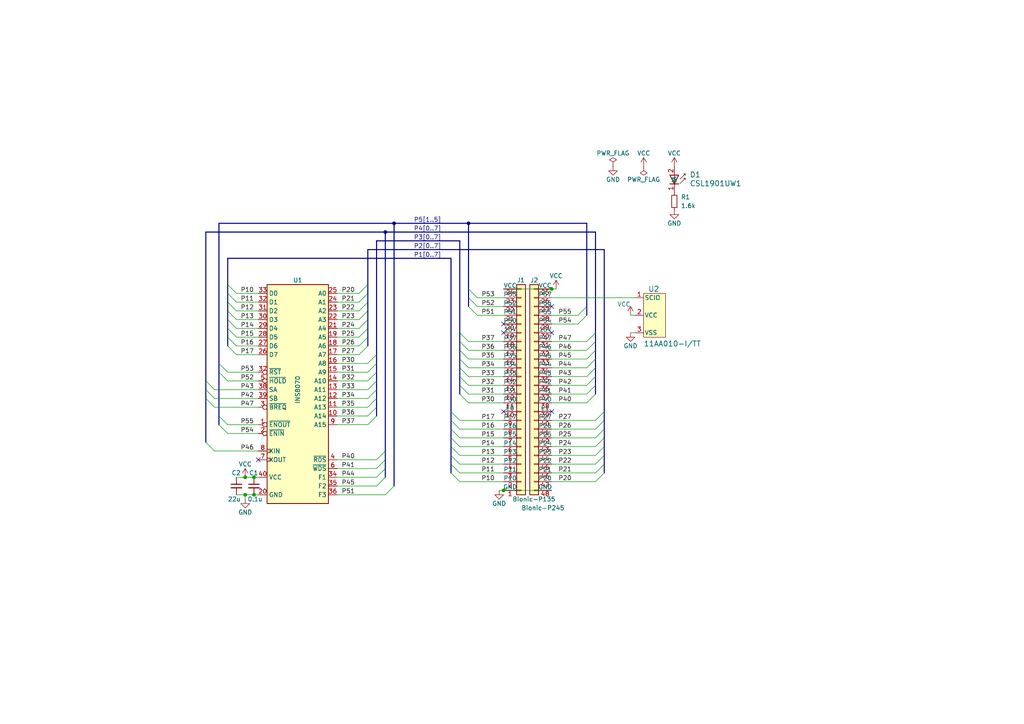
<source format=kicad_sch>
(kicad_sch (version 20230121) (generator eeschema)
  (paper "A4")
  (title_block (title "BionicINS8070") (date "2024-11-01") (rev "5") (company "Tadashi G. Takaoka"))
  (lib_symbols
    (symbol "0-LocalLibrary:11AA010-I_TT" (pin_names (offset 0.254))
      (property "Reference" "U" (at 2.54 1.27 0))
      (property "Value" "11AA010-I/TT" (at 3.81 -13.97 0))
      (symbol "11AA010-I_TT_1_1"
        (rectangle (start 0 0) (end 6.35 -12.7) (fill (type background)))
        (pin bidirectional line (at -2.54 -1.27 0) (length 2.54) (name "SCIO") (number "1"))
        (pin power_in line (at -2.54 -6.35 0) (length 2.54) (name "VCC") (number "2"))
        (pin power_in line (at -2.54 -11.43 0) (length 2.54) (name "VSS") (number "3"))
      )
    )
    (symbol "0-LocalLibrary:Bionic-P135" (pin_names (offset 0))
      (property "Reference" "J" (at 0 30.48 0))
      (property "Value" "Bionic-P135" (at -1.27 -33.02 0))
      (symbol "Bionic-P135_1_1"
        (rectangle (start 0 -30.353) (end -1.27 -30.607) (stroke (width 0.1524)))
        (rectangle (start 0 -27.813) (end -1.27 -28.067) (stroke (width 0.1524)))
        (rectangle (start 0 -25.273) (end -1.27 -25.527) (stroke (width 0.1524)))
        (rectangle (start 0 -22.733) (end -1.27 -22.987) (stroke (width 0.1524)))
        (rectangle (start 0 -20.193) (end -1.27 -20.447) (stroke (width 0.1524)))
        (rectangle (start 0 -17.653) (end -1.27 -17.907) (stroke (width 0.1524)))
        (rectangle (start 0 -15.113) (end -1.27 -15.367) (stroke (width 0.1524)))
        (rectangle (start 0 -12.573) (end -1.27 -12.827) (stroke (width 0.1524)))
        (rectangle (start 0 -10.033) (end -1.27 -10.287) (stroke (width 0.1524)))
        (rectangle (start 0 -7.493) (end -1.27 -7.747) (stroke (width 0.1524)))
        (rectangle (start 0 -4.953) (end -1.27 -5.207) (stroke (width 0.1524)))
        (rectangle (start 0 -2.413) (end -1.27 -2.667) (stroke (width 0.1524)))
        (rectangle (start 0 0.127) (end -1.27 -0.127) (stroke (width 0.1524)))
        (rectangle (start 0 2.667) (end -1.27 2.413) (stroke (width 0.1524)))
        (rectangle (start 0 5.207) (end -1.27 4.953) (stroke (width 0.1524)))
        (rectangle (start 0 7.747) (end -1.27 7.493) (stroke (width 0.1524)))
        (rectangle (start 0 10.287) (end -1.27 10.033) (stroke (width 0.1524)))
        (rectangle (start 0 12.827) (end -1.27 12.573) (stroke (width 0.1524)))
        (rectangle (start 0 15.367) (end -1.27 15.113) (stroke (width 0.1524)))
        (rectangle (start 0 17.907) (end -1.27 17.653) (stroke (width 0.1524)))
        (rectangle (start 0 20.447) (end -1.27 20.193) (stroke (width 0.1524)))
        (rectangle (start 0 22.987) (end -1.27 22.733) (stroke (width 0.1524)))
        (rectangle (start 0 25.527) (end -1.27 25.273) (stroke (width 0.1524)))
        (rectangle (start 0 28.067) (end -1.27 27.813) (stroke (width 0.1524)))
        (rectangle (start 1.27 29.21) (end -1.27 -31.75) (stroke (width 0.254)) (fill (type background)))
        (pin power_in line (at -5.08 -30.48 0) (length 3.81) (name "GND") (number "1"))
        (pin bidirectional line (at -5.08 -7.62 0) (length 3.81) (name "E0") (number "10"))
        (pin bidirectional line (at -5.08 -5.08 0) (length 3.81) (name "P30") (number "11"))
        (pin bidirectional line (at -5.08 -2.54 0) (length 3.81) (name "P31") (number "12"))
        (pin bidirectional line (at -5.08 0 0) (length 3.81) (name "P32") (number "13"))
        (pin bidirectional line (at -5.08 2.54 0) (length 3.81) (name "P33") (number "14"))
        (pin bidirectional line (at -5.08 5.08 0) (length 3.81) (name "P34") (number "15"))
        (pin bidirectional line (at -5.08 7.62 0) (length 3.81) (name "P35") (number "16"))
        (pin bidirectional line (at -5.08 10.16 0) (length 3.81) (name "P36") (number "17"))
        (pin bidirectional line (at -5.08 12.7 0) (length 3.81) (name "P37") (number "18"))
        (pin power_in line (at -5.08 15.24 0) (length 3.81) (name "15V") (number "19"))
        (pin bidirectional line (at -5.08 -27.94 0) (length 3.81) (name "P10") (number "2"))
        (pin bidirectional line (at -5.08 17.78 0) (length 3.81) (name "P50") (number "20"))
        (pin bidirectional line (at -5.08 20.32 0) (length 3.81) (name "P51") (number "21"))
        (pin bidirectional line (at -5.08 22.86 0) (length 3.81) (name "P52") (number "22"))
        (pin bidirectional line (at -5.08 25.4 0) (length 3.81) (name "P53") (number "23"))
        (pin power_in line (at -5.08 27.94 0) (length 3.81) (name "VCC") (number "24"))
        (pin bidirectional line (at -5.08 -25.4 0) (length 3.81) (name "P11") (number "3"))
        (pin bidirectional line (at -5.08 -22.86 0) (length 3.81) (name "P12") (number "4"))
        (pin bidirectional line (at -5.08 -20.32 0) (length 3.81) (name "P13") (number "5"))
        (pin bidirectional line (at -5.08 -17.78 0) (length 3.81) (name "P14") (number "6"))
        (pin bidirectional line (at -5.08 -15.24 0) (length 3.81) (name "P15") (number "7"))
        (pin bidirectional line (at -5.08 -12.7 0) (length 3.81) (name "P16") (number "8"))
        (pin bidirectional line (at -5.08 -10.16 0) (length 3.81) (name "P17") (number "9"))
      )
    )
    (symbol "0-LocalLibrary:Bionic-P245" (pin_names (offset 0))
      (property "Reference" "J" (at -3.81 30.48 0))
      (property "Value" "Bionic-P245" (at -1.27 -33.02 0))
      (symbol "Bionic-P245_1_1"
        (rectangle (start -2.54 -30.607) (end -3.81 -30.353) (stroke (width 0.1524)))
        (rectangle (start -2.54 -28.067) (end -3.81 -27.813) (stroke (width 0.1524)))
        (rectangle (start -2.54 -25.527) (end -3.81 -25.273) (stroke (width 0.1524)))
        (rectangle (start -2.54 -22.987) (end -3.81 -22.733) (stroke (width 0.1524)))
        (rectangle (start -2.54 -20.447) (end -3.81 -20.193) (stroke (width 0.1524)))
        (rectangle (start -2.54 -17.907) (end -3.81 -17.653) (stroke (width 0.1524)))
        (rectangle (start -2.54 -15.367) (end -3.81 -15.113) (stroke (width 0.1524)))
        (rectangle (start -2.54 -12.827) (end -3.81 -12.573) (stroke (width 0.1524)))
        (rectangle (start -2.54 -10.287) (end -3.81 -10.033) (stroke (width 0.1524)))
        (rectangle (start -2.54 -7.747) (end -3.81 -7.493) (stroke (width 0.1524)))
        (rectangle (start -2.54 -5.207) (end -3.81 -4.953) (stroke (width 0.1524)))
        (rectangle (start -2.54 -2.667) (end -3.81 -2.413) (stroke (width 0.1524)))
        (rectangle (start -2.54 -0.127) (end -3.81 0.127) (stroke (width 0.1524)))
        (rectangle (start -2.54 2.413) (end -3.81 2.667) (stroke (width 0.1524)))
        (rectangle (start -2.54 4.953) (end -3.81 5.207) (stroke (width 0.1524)))
        (rectangle (start -2.54 7.493) (end -3.81 7.747) (stroke (width 0.1524)))
        (rectangle (start -2.54 10.033) (end -3.81 10.287) (stroke (width 0.1524)))
        (rectangle (start -2.54 12.573) (end -3.81 12.827) (stroke (width 0.1524)))
        (rectangle (start -2.54 15.113) (end -3.81 15.367) (stroke (width 0.1524)))
        (rectangle (start -2.54 17.653) (end -3.81 17.907) (stroke (width 0.1524)))
        (rectangle (start -2.54 20.193) (end -3.81 20.447) (stroke (width 0.1524)))
        (rectangle (start -2.54 22.733) (end -3.81 22.987) (stroke (width 0.1524)))
        (rectangle (start -2.54 25.273) (end -3.81 25.527) (stroke (width 0.1524)))
        (rectangle (start -2.54 27.813) (end -3.81 28.067) (stroke (width 0.1524)))
        (rectangle (start -2.54 29.21) (end -5.08 -31.75) (stroke (width 0.254)) (fill (type background)))
        (pin power_in line (at 1.27 27.94 180) (length 3.81) (name "VCC") (number "25"))
        (pin bidirectional line (at 1.27 25.4 180) (length 3.81) (name "P57") (number "26"))
        (pin bidirectional line (at 1.27 22.86 180) (length 3.81) (name "P56") (number "27"))
        (pin bidirectional line (at 1.27 20.32 180) (length 3.81) (name "P55") (number "28"))
        (pin bidirectional line (at 1.27 17.78 180) (length 3.81) (name "P54") (number "29"))
        (pin power_in line (at 1.27 15.24 180) (length 3.81) (name "15V") (number "30"))
        (pin bidirectional line (at 1.27 12.7 180) (length 3.81) (name "P47") (number "31"))
        (pin bidirectional line (at 1.27 10.16 180) (length 3.81) (name "P46") (number "32"))
        (pin bidirectional line (at 1.27 7.62 180) (length 3.81) (name "P45") (number "33"))
        (pin bidirectional line (at 1.27 5.08 180) (length 3.81) (name "P44") (number "34"))
        (pin bidirectional line (at 1.27 2.54 180) (length 3.81) (name "P43") (number "35"))
        (pin bidirectional line (at 1.27 0 180) (length 3.81) (name "P42") (number "36"))
        (pin bidirectional line (at 1.27 -2.54 180) (length 3.81) (name "P41") (number "37"))
        (pin bidirectional line (at 1.27 -5.08 180) (length 3.81) (name "P40") (number "38"))
        (pin bidirectional line (at 1.27 -7.62 180) (length 3.81) (name "E1") (number "39"))
        (pin bidirectional line (at 1.27 -10.16 180) (length 3.81) (name "P27") (number "40"))
        (pin bidirectional line (at 1.27 -12.7 180) (length 3.81) (name "P26") (number "41"))
        (pin bidirectional line (at 1.27 -15.24 180) (length 3.81) (name "P25") (number "42"))
        (pin bidirectional line (at 1.27 -17.78 180) (length 3.81) (name "P24") (number "43"))
        (pin bidirectional line (at 1.27 -20.32 180) (length 3.81) (name "P23") (number "44"))
        (pin bidirectional line (at 1.27 -22.86 180) (length 3.81) (name "P22") (number "45"))
        (pin bidirectional line (at 1.27 -25.4 180) (length 3.81) (name "P21") (number "46"))
        (pin bidirectional line (at 1.27 -27.94 180) (length 3.81) (name "P20") (number "47"))
        (pin power_in line (at 1.27 -30.48 180) (length 3.81) (name "GND") (number "48"))
      )
    )
    (symbol "0-LocalLibrary:CSL1901UW1" (pin_names (offset 0.254))
      (property "Reference" "D" (at 3.81 -2.54 0))
      (property "Value" "CSL1901UW1" (at 3.81 -5.08 0))
      (symbol "CSL1901UW1_0_1"
        (polyline (pts (xy 2.159 3.175) (xy 2.667 3.175)))
        (polyline (pts (xy 2.54 0) (xy 5.08 0)))
        (polyline (pts (xy 5.08 1.27) (xy 5.08 -1.27)) (stroke (width 0.254)))
        (polyline (pts (xy 3.683 1.651) (xy 2.159 3.175) (xy 2.159 2.667)))
        (polyline (pts (xy 2.54 -1.27) (xy 5.08 0) (xy 2.54 1.27) (xy 2.54 -1.27)) (stroke (width 0.254)))
        (polyline (pts (xy 4.953 1.651) (xy 3.429 3.175) (xy 3.429 2.667) (xy 3.429 3.175) (xy 3.937 3.175)))
      )
      (symbol "CSL1901UW1_1_1"
        (pin passive line (at 7.62 0 180) (length 2.54) (name "K") (number "1"))
        (pin passive line (at 0 0 0) (length 2.54) (name "A") (number "2"))
      )
      (symbol "CSL1901UW1_1_2"
        (polyline (pts (xy -5.08 7.62) (xy -4.445 8.255)) (stroke (width 0.2032)))
        (polyline (pts (xy -5.08 8.255) (xy -5.08 7.62)) (stroke (width 0.2032)))
        (polyline (pts (xy -4.445 6.35) (xy -3.81 6.985)) (stroke (width 0.2032)))
        (polyline (pts (xy -4.445 8.255) (xy -5.08 8.255)) (stroke (width 0.2032)))
        (polyline (pts (xy -4.445 9.525) (xy -3.81 10.16)) (stroke (width 0.2032)))
        (polyline (pts (xy -4.445 10.16) (xy -4.445 9.525)) (stroke (width 0.2032)))
        (polyline (pts (xy -3.81 6.985) (xy -5.08 8.255)) (stroke (width 0.2032)))
        (polyline (pts (xy -3.81 8.255) (xy -3.175 8.89)) (stroke (width 0.2032)))
        (polyline (pts (xy -3.81 10.16) (xy -4.445 10.16)) (stroke (width 0.2032)))
        (polyline (pts (xy -3.175 5.08) (xy -4.445 6.35)) (stroke (width 0.2032)))
        (polyline (pts (xy -3.175 8.89) (xy -4.445 10.16)) (stroke (width 0.2032)))
        (polyline (pts (xy -2.54 6.985) (xy -3.81 8.255)) (stroke (width 0.2032)))
        (polyline (pts (xy -1.905 3.81) (xy 1.905 3.81)) (stroke (width 0.2032)))
        (polyline (pts (xy 0 2.54) (xy 0 3.4798)) (stroke (width 0.2032)))
        (polyline (pts (xy 0 3.175) (xy 0 3.81)) (stroke (width 0.2032)))
        (polyline (pts (xy 0 6.35) (xy -1.905 3.81)) (stroke (width 0.2032)))
        (polyline (pts (xy 0 6.35) (xy 0 7.62)) (stroke (width 0.2032)))
        (polyline (pts (xy 1.905 3.81) (xy 0 6.35)) (stroke (width 0.2032)))
        (polyline (pts (xy 1.905 6.35) (xy -1.905 6.35)) (stroke (width 0.2032)))
        (pin unspecified line (at 0 10.16 270) (length 2.54) (name "") (number "1"))
        (pin unspecified line (at 0 0 90) (length 2.54) (name "") (number "2"))
      )
    )
    (symbol "0-LocalLibrary:INS8070"
      (property "Reference" "U" (at -1.27 31.75 0))
      (property "Value" "INS8070" (at 0 -3.81 90))
      (symbol "INS8070_0_1"
        (rectangle (start -8.89 -33.02) (end 8.89 30.48) (stroke (width 0.254)) (fill (type background)))
      )
      (symbol "INS8070_1_1"
        (pin output inverted (at -11.43 -10.16 0) (length 2.54) (name "~{ENOUT}") (number "1"))
        (pin output line (at 11.43 -7.62 180) (length 2.54) (name "A14") (number "10"))
        (pin output line (at 11.43 -5.08 180) (length 2.54) (name "A13") (number "11"))
        (pin output line (at 11.43 -2.54 180) (length 2.54) (name "A12") (number "12"))
        (pin output line (at 11.43 0 180) (length 2.54) (name "A11") (number "13"))
        (pin output line (at 11.43 2.54 180) (length 2.54) (name "A10") (number "14"))
        (pin output line (at 11.43 5.08 180) (length 2.54) (name "A9") (number "15"))
        (pin output line (at 11.43 7.62 180) (length 2.54) (name "A8") (number "16"))
        (pin output line (at 11.43 10.16 180) (length 2.54) (name "A7") (number "17"))
        (pin output line (at 11.43 12.7 180) (length 2.54) (name "A6") (number "18"))
        (pin output line (at 11.43 15.24 180) (length 2.54) (name "A5") (number "19"))
        (pin input inverted (at -11.43 -12.7 0) (length 2.54) (name "~{ENIN}") (number "2"))
        (pin power_in line (at -11.43 -30.48 0) (length 2.54) (name "GND") (number "20"))
        (pin output line (at 11.43 17.78 180) (length 2.54) (name "A4") (number "21"))
        (pin output line (at 11.43 20.32 180) (length 2.54) (name "A3") (number "22"))
        (pin output line (at 11.43 22.86 180) (length 2.54) (name "A2") (number "23"))
        (pin output line (at 11.43 25.4 180) (length 2.54) (name "A1") (number "24"))
        (pin output line (at 11.43 27.94 180) (length 2.54) (name "A0") (number "25"))
        (pin bidirectional line (at -11.43 10.16 0) (length 2.54) (name "D7") (number "26"))
        (pin bidirectional line (at -11.43 12.7 0) (length 2.54) (name "D6") (number "27"))
        (pin bidirectional line (at -11.43 15.24 0) (length 2.54) (name "D5") (number "28"))
        (pin bidirectional line (at -11.43 17.78 0) (length 2.54) (name "D4") (number "29"))
        (pin input inverted (at -11.43 -5.08 0) (length 2.54) (name "~{BREQ}") (number "3"))
        (pin bidirectional line (at -11.43 20.32 0) (length 2.54) (name "D3") (number "30"))
        (pin bidirectional line (at -11.43 22.86 0) (length 2.54) (name "D2") (number "31"))
        (pin bidirectional line (at -11.43 25.4 0) (length 2.54) (name "D1") (number "32"))
        (pin bidirectional line (at -11.43 27.94 0) (length 2.54) (name "D0") (number "33"))
        (pin output line (at 11.43 -25.4 180) (length 2.54) (name "F1") (number "34"))
        (pin output line (at 11.43 -27.94 180) (length 2.54) (name "F2") (number "35"))
        (pin output line (at 11.43 -30.48 180) (length 2.54) (name "F3") (number "36"))
        (pin input inverted (at -11.43 5.08 0) (length 2.54) (name "~{RST}") (number "37"))
        (pin input line (at -11.43 0 0) (length 2.54) (name "SA") (number "38"))
        (pin input line (at -11.43 -2.54 0) (length 2.54) (name "SB") (number "39"))
        (pin output line (at 11.43 -20.32 180) (length 2.54) (name "~{RDS}") (number "4"))
        (pin power_in line (at -11.43 -25.4 0) (length 2.54) (name "VCC") (number "40"))
        (pin input inverted (at -11.43 2.54 0) (length 2.54) (name "~{HOLD}") (number "5"))
        (pin output line (at 11.43 -22.86 180) (length 2.54) (name "~{WDS}") (number "6"))
        (pin output clock (at -11.43 -20.32 0) (length 2.54) (name "XOUT") (number "7"))
        (pin input clock (at -11.43 -17.78 0) (length 2.54) (name "XIN") (number "8"))
        (pin output line (at 11.43 -10.16 180) (length 2.54) (name "A15") (number "9"))
      )
    )
    (symbol "Device:C_Small" (pin_numbers hide) (pin_names (offset 0.254) hide)
      (property "Reference" "C" (at 0.254 1.778 0))
      (property "Value" "C_Small" (at 0.254 -2.032 0))
      (symbol "C_Small_0_1"
        (polyline (pts (xy -1.524 -0.508) (xy 1.524 -0.508)) (stroke (width 0.3302)))
        (polyline (pts (xy -1.524 0.508) (xy 1.524 0.508)) (stroke (width 0.3048)))
      )
      (symbol "C_Small_1_1"
        (pin passive line (at 0 2.54 270) (length 2.032) (name "~") (number "1"))
        (pin passive line (at 0 -2.54 90) (length 2.032) (name "~") (number "2"))
      )
    )
    (symbol "Device:R_Small" (pin_numbers hide) (pin_names (offset 0.254) hide)
      (property "Reference" "R" (at 0.762 0.508 0))
      (property "Value" "R_Small" (at 0.762 -1.016 0))
      (symbol "R_Small_0_1"
        (rectangle (start -0.762 1.778) (end 0.762 -1.778) (stroke (width 0.2032)))
      )
      (symbol "R_Small_1_1"
        (pin passive line (at 0 2.54 270) (length 0.762) (name "~") (number "1"))
        (pin passive line (at 0 -2.54 90) (length 0.762) (name "~") (number "2"))
      )
    )
    (symbol "power:GND" (power) (pin_names (offset 0))
      (property "Value" "GND" (at 0 -3.81 0))
      (symbol "GND_0_1"
        (polyline (pts (xy 0 0) (xy 0 -1.27) (xy 1.27 -1.27) (xy 0 -2.54) (xy -1.27 -1.27) (xy 0 -1.27)))
      )
      (symbol "GND_1_1"
        (pin power_in line (at 0 0 270) (length 0) hide (name "GND") (number "1"))
      )
    )
    (symbol "power:PWR_FLAG" (power) (pin_numbers hide) (pin_names (offset 0) hide)
      (property "Value" "PWR_FLAG" (at 0 3.81 0))
      (symbol "PWR_FLAG_0_0"
        (pin power_out line (at 0 0 90) (length 0) (name "pwr") (number "1"))
      )
      (symbol "PWR_FLAG_0_1"
        (polyline (pts (xy 0 0) (xy 0 1.27) (xy -1.016 1.905) (xy 0 2.54) (xy 1.016 1.905) (xy 0 1.27)))
      )
    )
    (symbol "power:VCC" (power) (pin_names (offset 0))
      (property "Value" "VCC" (at 0 3.81 0))
      (symbol "VCC_0_1"
        (polyline (pts (xy -0.762 1.27) (xy 0 2.54)))
        (polyline (pts (xy 0 0) (xy 0 2.54)))
        (polyline (pts (xy 0 2.54) (xy 0.762 1.27)))
      )
      (symbol "VCC_1_1"
        (pin power_in line (at 0 0 90) (length 0) hide (name "VCC") (number "1"))
      )
    )
  )
  (junction (at 73.66 138.43))
  (junction (at 111.76 67.31))
  (junction (at 73.66 143.51))
  (junction (at 146.05 142.24))
  (junction (at 71.12 143.51))
  (junction (at 71.12 138.43))
  (junction (at 114.3 64.77))
  (junction (at 135.89 64.77))
  (junction (at 160.02 83.82))
  (no_connect (at 160.02 119.38))
  (no_connect (at 160.02 96.52))
  (no_connect (at 160.02 88.9))
  (no_connect (at 146.05 96.52))
  (no_connect (at 146.05 119.38))
  (no_connect (at 74.93 133.35))
  (no_connect (at 146.05 93.98))
  (bus_entry (at 109.22 113.03) (size -2.54 2.54))
  (bus_entry (at 175.26 124.46) (size -2.54 2.54))
  (bus_entry (at 133.35 137.16) (size -2.54 -2.54))
  (bus_entry (at 133.35 124.46) (size -2.54 -2.54))
  (bus_entry (at 133.35 127) (size -2.54 -2.54))
  (bus_entry (at 135.89 88.9) (size 2.54 2.54))
  (bus_entry (at 63.5 123.19) (size 2.54 2.54))
  (bus_entry (at 106.68 97.79) (size -2.54 2.54))
  (bus_entry (at 175.26 121.92) (size -2.54 2.54))
  (bus_entry (at 172.72 121.92) (size 2.54 -2.54))
  (bus_entry (at 106.68 107.95) (size 2.54 -2.54))
  (bus_entry (at 170.18 101.6) (size 2.54 -2.54))
  (bus_entry (at 109.22 118.11) (size -2.54 2.54))
  (bus_entry (at 133.35 106.68) (size 2.54 2.54))
  (bus_entry (at 133.35 132.08) (size -2.54 -2.54))
  (bus_entry (at 133.35 134.62) (size -2.54 -2.54))
  (bus_entry (at 170.18 106.68) (size 2.54 -2.54))
  (bus_entry (at 138.43 86.36) (size -2.54 -2.54))
  (bus_entry (at 68.58 87.63) (size -2.54 -2.54))
  (bus_entry (at 170.18 109.22) (size 2.54 -2.54))
  (bus_entry (at 170.18 114.3) (size 2.54 -2.54))
  (bus_entry (at 106.68 110.49) (size 2.54 -2.54))
  (bus_entry (at 68.58 85.09) (size -2.54 -2.54))
  (bus_entry (at 133.35 129.54) (size -2.54 -2.54))
  (bus_entry (at 133.35 101.6) (size 2.54 2.54))
  (bus_entry (at 167.64 93.98) (size 2.54 -2.54))
  (bus_entry (at 175.26 129.54) (size -2.54 2.54))
  (bus_entry (at 68.58 90.17) (size -2.54 -2.54))
  (bus_entry (at 106.68 100.33) (size -2.54 2.54))
  (bus_entry (at 133.35 99.06) (size 2.54 2.54))
  (bus_entry (at 63.5 107.95) (size 2.54 2.54))
  (bus_entry (at 111.76 138.43) (size -2.54 2.54))
  (bus_entry (at 135.89 86.36) (size 2.54 2.54))
  (bus_entry (at 175.26 137.16) (size -2.54 2.54))
  (bus_entry (at 59.69 115.57) (size 2.54 2.54))
  (bus_entry (at 68.58 100.33) (size -2.54 -2.54))
  (bus_entry (at 170.18 116.84) (size 2.54 -2.54))
  (bus_entry (at 111.76 130.81) (size -2.54 2.54))
  (bus_entry (at 167.64 91.44) (size 2.54 -2.54))
  (bus_entry (at 133.35 121.92) (size -2.54 -2.54))
  (bus_entry (at 111.76 135.89) (size -2.54 2.54))
  (bus_entry (at 109.22 115.57) (size -2.54 2.54))
  (bus_entry (at 133.35 139.7) (size -2.54 -2.54))
  (bus_entry (at 109.22 120.65) (size -2.54 2.54))
  (bus_entry (at 68.58 95.25) (size -2.54 -2.54))
  (bus_entry (at 133.35 104.14) (size 2.54 2.54))
  (bus_entry (at 62.23 113.03) (size -2.54 -2.54))
  (bus_entry (at 68.58 102.87) (size -2.54 -2.54))
  (bus_entry (at 63.5 120.65) (size 2.54 2.54))
  (bus_entry (at 68.58 97.79) (size -2.54 -2.54))
  (bus_entry (at 106.68 95.25) (size -2.54 2.54))
  (bus_entry (at 106.68 87.63) (size -2.54 2.54))
  (bus_entry (at 133.35 111.76) (size 2.54 2.54))
  (bus_entry (at 111.76 133.35) (size -2.54 2.54))
  (bus_entry (at 114.3 140.97) (size -2.54 2.54))
  (bus_entry (at 63.5 105.41) (size 2.54 2.54))
  (bus_entry (at 175.26 134.62) (size -2.54 2.54))
  (bus_entry (at 106.68 92.71) (size -2.54 2.54))
  (bus_entry (at 59.69 128.27) (size 2.54 2.54))
  (bus_entry (at 68.58 92.71) (size -2.54 -2.54))
  (bus_entry (at 170.18 111.76) (size 2.54 -2.54))
  (bus_entry (at 175.26 127) (size -2.54 2.54))
  (bus_entry (at 106.68 105.41) (size 2.54 -2.54))
  (bus_entry (at 106.68 113.03) (size 2.54 -2.54))
  (bus_entry (at 175.26 132.08) (size -2.54 2.54))
  (bus_entry (at 133.35 109.22) (size 2.54 2.54))
  (bus_entry (at 59.69 113.03) (size 2.54 2.54))
  (bus_entry (at 106.68 85.09) (size -2.54 2.54))
  (bus_entry (at 106.68 82.55) (size -2.54 2.54))
  (bus_entry (at 170.18 99.06) (size 2.54 -2.54))
  (bus_entry (at 133.35 114.3) (size 2.54 2.54))
  (bus_entry (at 170.18 104.14) (size 2.54 -2.54))
  (bus_entry (at 106.68 90.17) (size -2.54 2.54))
  (bus_entry (at 133.35 96.52) (size 2.54 2.54))
  (wire (pts (xy 160.02 124.46) (xy 172.72 124.46)))
  (wire (pts (xy 68.58 102.87) (xy 74.93 102.87)))
  (wire (pts (xy 135.89 109.22) (xy 146.05 109.22)))
  (wire (pts (xy 133.35 124.46) (xy 146.05 124.46)))
  (wire (pts (xy 135.89 101.6) (xy 146.05 101.6)))
  (bus (pts (xy 175.26 119.38) (xy 175.26 121.92)))
  (bus (pts (xy 106.68 72.39) (xy 106.68 82.55)))
  (bus (pts (xy 172.72 96.52) (xy 172.72 67.31)))
  (wire (pts (xy 68.58 100.33) (xy 74.93 100.33)))
  (bus (pts (xy 172.72 67.31) (xy 111.76 67.31)))
  (wire (pts (xy 135.89 116.84) (xy 146.05 116.84)))
  (wire (pts (xy 182.88 91.44) (xy 184.15 91.44)))
  (wire (pts (xy 97.79 110.49) (xy 106.68 110.49)))
  (wire (pts (xy 97.79 113.03) (xy 106.68 113.03)))
  (wire (pts (xy 135.89 111.76) (xy 146.05 111.76)))
  (wire (pts (xy 71.12 144.78) (xy 71.12 143.51)))
  (bus (pts (xy 63.5 64.77) (xy 114.3 64.77)))
  (bus (pts (xy 111.76 130.81) (xy 111.76 133.35)))
  (wire (pts (xy 160.02 106.68) (xy 170.18 106.68)))
  (wire (pts (xy 97.79 143.51) (xy 111.76 143.51)))
  (wire (pts (xy 97.79 115.57) (xy 106.68 115.57)))
  (wire (pts (xy 160.02 104.14) (xy 170.18 104.14)))
  (bus (pts (xy 109.22 69.85) (xy 109.22 102.87)))
  (bus (pts (xy 109.22 115.57) (xy 109.22 118.11)))
  (wire (pts (xy 144.78 142.24) (xy 146.05 142.24)))
  (bus (pts (xy 63.5 123.19) (xy 63.5 120.65)))
  (wire (pts (xy 97.79 118.11) (xy 106.68 118.11)))
  (wire (pts (xy 62.23 118.11) (xy 74.93 118.11)))
  (wire (pts (xy 133.35 134.62) (xy 146.05 134.62)))
  (wire (pts (xy 138.43 88.9) (xy 146.05 88.9)))
  (bus (pts (xy 109.22 102.87) (xy 109.22 105.41)))
  (wire (pts (xy 73.66 138.43) (xy 71.12 138.43)))
  (wire (pts (xy 160.02 114.3) (xy 170.18 114.3)))
  (wire (pts (xy 146.05 142.24) (xy 160.02 142.24)))
  (wire (pts (xy 160.02 99.06) (xy 170.18 99.06)))
  (wire (pts (xy 160.02 127) (xy 172.72 127)))
  (bus (pts (xy 106.68 90.17) (xy 106.68 92.71)))
  (bus (pts (xy 63.5 107.95) (xy 63.5 105.41)))
  (bus (pts (xy 66.04 97.79) (xy 66.04 100.33)))
  (bus (pts (xy 175.26 121.92) (xy 175.26 124.46)))
  (bus (pts (xy 135.89 88.9) (xy 135.89 86.36)))
  (bus (pts (xy 66.04 74.93) (xy 66.04 82.55)))
  (bus (pts (xy 172.72 104.14) (xy 172.72 101.6)))
  (bus (pts (xy 66.04 82.55) (xy 66.04 85.09)))
  (wire (pts (xy 161.29 83.82) (xy 160.02 83.82)))
  (wire (pts (xy 138.43 86.36) (xy 146.05 86.36)))
  (bus (pts (xy 170.18 91.44) (xy 170.18 88.9)))
  (bus (pts (xy 130.81 127) (xy 130.81 129.54)))
  (wire (pts (xy 160.02 109.22) (xy 170.18 109.22)))
  (bus (pts (xy 172.72 109.22) (xy 172.72 106.68)))
  (bus (pts (xy 175.26 124.46) (xy 175.26 127)))
  (wire (pts (xy 68.58 97.79) (xy 74.93 97.79)))
  (wire (pts (xy 184.15 86.36) (xy 160.02 86.36)))
  (wire (pts (xy 68.58 138.43) (xy 71.12 138.43)))
  (wire (pts (xy 133.35 121.92) (xy 146.05 121.92)))
  (wire (pts (xy 97.79 105.41) (xy 106.68 105.41)))
  (wire (pts (xy 66.04 110.49) (xy 74.93 110.49)))
  (wire (pts (xy 68.58 95.25) (xy 74.93 95.25)))
  (bus (pts (xy 130.81 124.46) (xy 130.81 127)))
  (bus (pts (xy 130.81 119.38) (xy 130.81 74.93)))
  (wire (pts (xy 160.02 129.54) (xy 172.72 129.54)))
  (wire (pts (xy 97.79 133.35) (xy 109.22 133.35)))
  (bus (pts (xy 111.76 135.89) (xy 111.76 133.35)))
  (wire (pts (xy 97.79 135.89) (xy 109.22 135.89)))
  (bus (pts (xy 170.18 88.9) (xy 170.18 64.77)))
  (bus (pts (xy 175.26 72.39) (xy 175.26 119.38)))
  (wire (pts (xy 73.66 138.43) (xy 74.93 138.43)))
  (bus (pts (xy 106.68 95.25) (xy 106.68 97.79)))
  (wire (pts (xy 68.58 90.17) (xy 74.93 90.17)))
  (wire (pts (xy 66.04 125.73) (xy 74.93 125.73)))
  (bus (pts (xy 133.35 106.68) (xy 133.35 109.22)))
  (bus (pts (xy 133.35 99.06) (xy 133.35 101.6)))
  (bus (pts (xy 66.04 95.25) (xy 66.04 97.79)))
  (wire (pts (xy 97.79 138.43) (xy 109.22 138.43)))
  (wire (pts (xy 160.02 132.08) (xy 172.72 132.08)))
  (bus (pts (xy 66.04 87.63) (xy 66.04 90.17)))
  (bus (pts (xy 109.22 113.03) (xy 109.22 115.57)))
  (bus (pts (xy 106.68 97.79) (xy 106.68 100.33)))
  (bus (pts (xy 133.35 96.52) (xy 133.35 99.06)))
  (bus (pts (xy 66.04 85.09) (xy 66.04 87.63)))
  (wire (pts (xy 160.02 134.62) (xy 172.72 134.62)))
  (bus (pts (xy 106.68 87.63) (xy 106.68 90.17)))
  (wire (pts (xy 62.23 130.81) (xy 74.93 130.81)))
  (wire (pts (xy 138.43 91.44) (xy 146.05 91.44)))
  (wire (pts (xy 66.04 107.95) (xy 74.93 107.95)))
  (wire (pts (xy 135.89 104.14) (xy 146.05 104.14)))
  (wire (pts (xy 97.79 120.65) (xy 106.68 120.65)))
  (wire (pts (xy 73.66 143.51) (xy 74.93 143.51)))
  (wire (pts (xy 68.58 87.63) (xy 74.93 87.63)))
  (bus (pts (xy 66.04 90.17) (xy 66.04 92.71)))
  (bus (pts (xy 135.89 64.77) (xy 135.89 83.82)))
  (wire (pts (xy 73.66 143.51) (xy 71.12 143.51)))
  (bus (pts (xy 109.22 107.95) (xy 109.22 110.49)))
  (bus (pts (xy 175.26 127) (xy 175.26 129.54)))
  (bus (pts (xy 59.69 128.27) (xy 59.69 115.57)))
  (wire (pts (xy 160.02 111.76) (xy 170.18 111.76)))
  (bus (pts (xy 133.35 109.22) (xy 133.35 111.76)))
  (bus (pts (xy 130.81 134.62) (xy 130.81 137.16)))
  (wire (pts (xy 160.02 116.84) (xy 170.18 116.84)))
  (bus (pts (xy 59.69 115.57) (xy 59.69 113.03)))
  (bus (pts (xy 63.5 120.65) (xy 63.5 107.95)))
  (wire (pts (xy 97.79 97.79) (xy 104.14 97.79)))
  (wire (pts (xy 97.79 100.33) (xy 104.14 100.33)))
  (wire (pts (xy 133.35 137.16) (xy 146.05 137.16)))
  (bus (pts (xy 130.81 129.54) (xy 130.81 132.08)))
  (wire (pts (xy 97.79 92.71) (xy 104.14 92.71)))
  (bus (pts (xy 106.68 85.09) (xy 106.68 87.63)))
  (bus (pts (xy 106.68 92.71) (xy 106.68 95.25)))
  (wire (pts (xy 133.35 139.7) (xy 146.05 139.7)))
  (bus (pts (xy 130.81 132.08) (xy 130.81 134.62)))
  (wire (pts (xy 97.79 90.17) (xy 104.14 90.17)))
  (bus (pts (xy 109.22 105.41) (xy 109.22 107.95)))
  (bus (pts (xy 114.3 64.77) (xy 114.3 140.97)))
  (bus (pts (xy 133.35 111.76) (xy 133.35 114.3)))
  (wire (pts (xy 160.02 121.92) (xy 172.72 121.92)))
  (bus (pts (xy 172.72 101.6) (xy 172.72 99.06)))
  (wire (pts (xy 97.79 102.87) (xy 104.14 102.87)))
  (bus (pts (xy 130.81 119.38) (xy 130.81 121.92)))
  (bus (pts (xy 172.72 106.68) (xy 172.72 104.14)))
  (wire (pts (xy 135.89 114.3) (xy 146.05 114.3)))
  (bus (pts (xy 111.76 67.31) (xy 59.69 67.31)))
  (bus (pts (xy 133.35 101.6) (xy 133.35 104.14)))
  (bus (pts (xy 175.26 132.08) (xy 175.26 134.62)))
  (bus (pts (xy 109.22 110.49) (xy 109.22 113.03)))
  (bus (pts (xy 111.76 67.31) (xy 111.76 130.81)))
  (wire (pts (xy 160.02 93.98) (xy 167.64 93.98)))
  (bus (pts (xy 109.22 69.85) (xy 133.35 69.85)))
  (wire (pts (xy 133.35 129.54) (xy 146.05 129.54)))
  (bus (pts (xy 133.35 104.14) (xy 133.35 106.68)))
  (bus (pts (xy 63.5 64.77) (xy 63.5 105.41)))
  (wire (pts (xy 97.79 107.95) (xy 106.68 107.95)))
  (wire (pts (xy 68.58 85.09) (xy 74.93 85.09)))
  (bus (pts (xy 130.81 121.92) (xy 130.81 124.46)))
  (wire (pts (xy 182.88 96.52) (xy 184.15 96.52)))
  (bus (pts (xy 111.76 138.43) (xy 111.76 135.89)))
  (bus (pts (xy 172.72 111.76) (xy 172.72 109.22)))
  (wire (pts (xy 62.23 113.03) (xy 74.93 113.03)))
  (bus (pts (xy 106.68 72.39) (xy 175.26 72.39)))
  (wire (pts (xy 62.23 115.57) (xy 74.93 115.57)))
  (wire (pts (xy 160.02 137.16) (xy 172.72 137.16)))
  (bus (pts (xy 135.89 86.36) (xy 135.89 83.82)))
  (wire (pts (xy 97.79 85.09) (xy 104.14 85.09)))
  (bus (pts (xy 172.72 99.06) (xy 172.72 96.52)))
  (wire (pts (xy 97.79 87.63) (xy 104.14 87.63)))
  (wire (pts (xy 146.05 83.82) (xy 160.02 83.82)))
  (wire (pts (xy 68.58 92.71) (xy 74.93 92.71)))
  (wire (pts (xy 160.02 101.6) (xy 170.18 101.6)))
  (bus (pts (xy 172.72 111.76) (xy 172.72 114.3)))
  (wire (pts (xy 97.79 140.97) (xy 109.22 140.97)))
  (bus (pts (xy 114.3 64.77) (xy 135.89 64.77)))
  (bus (pts (xy 66.04 92.71) (xy 66.04 95.25)))
  (bus (pts (xy 66.04 74.93) (xy 130.81 74.93)))
  (wire (pts (xy 160.02 91.44) (xy 167.64 91.44)))
  (wire (pts (xy 66.04 123.19) (xy 74.93 123.19)))
  (wire (pts (xy 97.79 123.19) (xy 106.68 123.19)))
  (bus (pts (xy 106.68 82.55) (xy 106.68 85.09)))
  (bus (pts (xy 135.89 64.77) (xy 170.18 64.77)))
  (wire (pts (xy 97.79 95.25) (xy 104.14 95.25)))
  (wire (pts (xy 68.58 143.51) (xy 71.12 143.51)))
  (bus (pts (xy 133.35 69.85) (xy 133.35 96.52)))
  (wire (pts (xy 133.35 132.08) (xy 146.05 132.08)))
  (bus (pts (xy 109.22 118.11) (xy 109.22 120.65)))
  (bus (pts (xy 175.26 134.62) (xy 175.26 137.16)))
  (wire (pts (xy 160.02 139.7) (xy 172.72 139.7)))
  (bus (pts (xy 59.69 67.31) (xy 59.69 110.49)))
  (wire (pts (xy 133.35 127) (xy 146.05 127)))
  (bus (pts (xy 59.69 113.03) (xy 59.69 110.49)))
  (bus (pts (xy 175.26 129.54) (xy 175.26 132.08)))
  (wire (pts (xy 135.89 106.68) (xy 146.05 106.68)))
  (wire (pts (xy 135.89 99.06) (xy 146.05 99.06)))
  (label "P33" (at 143.51 109.22 180))
  (label "P37" (at 99.06 123.19 0))
  (label "P47" (at 161.925 99.06 0))
  (label "P13" (at 143.51 132.08 180))
  (label "P34" (at 99.06 115.57 0))
  (label "P16" (at 143.51 124.46 180))
  (label "P36" (at 99.06 120.65 0))
  (label "P32" (at 143.51 111.76 180))
  (label "P22" (at 161.925 134.62 0))
  (label "P20" (at 161.925 139.7 0))
  (label "P31" (at 99.06 107.95 0))
  (label "P43" (at 73.66 113.03 180))
  (label "P36" (at 143.51 101.6 180))
  (label "P55" (at 161.925 91.44 0))
  (label "P53" (at 73.66 107.95 180))
  (label "P12" (at 143.51 134.62 180))
  (label "P33" (at 99.06 113.03 0))
  (label "P45" (at 99.06 140.97 0))
  (label "P52" (at 143.51 88.9 180))
  (label "P27" (at 99.06 102.87 0))
  (label "P11" (at 143.51 137.16 180))
  (label "P27" (at 161.925 121.92 0))
  (label "P41" (at 99.06 135.89 0))
  (label "P34" (at 143.51 106.68 180))
  (label "P32" (at 99.06 110.49 0))
  (label "P55" (at 73.66 123.19 180))
  (label "P26" (at 161.925 124.46 0))
  (label "P21" (at 99.06 87.63 0))
  (label "P41" (at 161.925 114.3 0))
  (label "P15" (at 143.51 127 180))
  (label "P14" (at 143.51 129.54 180))
  (label "P3[0..7]" (at 120.015 69.85 0))
  (label "P46" (at 73.66 130.81 180))
  (label "P10" (at 143.51 139.7 180))
  (label "P22" (at 99.06 90.17 0))
  (label "P10" (at 73.66 85.09 180))
  (label "P25" (at 161.925 127 0))
  (label "P40" (at 161.925 116.84 0))
  (label "P24" (at 99.06 95.25 0))
  (label "P47" (at 73.66 118.11 180))
  (label "P13" (at 73.66 92.71 180))
  (label "P53" (at 143.51 86.36 180))
  (label "P26" (at 99.06 100.33 0))
  (label "P51" (at 99.06 143.51 0))
  (label "P25" (at 99.06 97.79 0))
  (label "P5[1..5]" (at 120.015 64.77 0))
  (label "P30" (at 143.51 116.84 180))
  (label "P42" (at 73.66 115.57 180))
  (label "P35" (at 99.06 118.11 0))
  (label "P23" (at 99.06 92.71 0))
  (label "P44" (at 161.925 106.68 0))
  (label "P12" (at 73.66 90.17 180))
  (label "P42" (at 161.925 111.76 0))
  (label "P14" (at 73.66 95.25 180))
  (label "P35" (at 143.51 104.14 180))
  (label "P54" (at 161.925 93.98 0))
  (label "P30" (at 99.06 105.41 0))
  (label "P16" (at 73.66 100.33 180))
  (label "P54" (at 73.66 125.73 180))
  (label "P1[0..7]" (at 120.015 74.93 0))
  (label "P17" (at 73.66 102.87 180))
  (label "P23" (at 161.925 132.08 0))
  (label "P52" (at 73.66 110.49 180))
  (label "P2[0..7]" (at 120.015 72.39 0))
  (label "P21" (at 161.925 137.16 0))
  (label "P45" (at 161.925 104.14 0))
  (label "P4[0..7]" (at 120.015 67.31 0))
  (label "P31" (at 143.51 114.3 180))
  (label "P17" (at 143.51 121.92 180))
  (label "P51" (at 143.51 91.44 180))
  (label "P46" (at 161.925 101.6 0))
  (label "P24" (at 161.925 129.54 0))
  (label "P44" (at 99.06 138.43 0))
  (label "P20" (at 99.06 85.09 0))
  (label "P15" (at 73.66 97.79 180))
  (label "P40" (at 99.06 133.35 0))
  (label "P37" (at 143.51 99.06 180))
  (label "P43" (at 161.925 109.22 0))
  (label "P11" (at 73.66 87.63 180))
  (symbol (lib_id "Device:C_Small") (at 73.66 140.97 0) (mirror y) (unit 1)
    (property "Reference" "C1" (at 74.93 137.16 0) (effects (justify left)))
    (property "Value" "0.1u" (at 76.2 144.78 0) (effects (justify left)))
    (property "Footprint" "Capacitor_SMD:C_0603_1608Metric_Pad1.08x0.95mm_HandSolder" (effects hide))
  )
  (symbol (lib_id "0-LocalLibrary:INS8070") (at 86.36 113.03 0) (unit 1)
    (property "Reference" "U1" (at 86.36 81.28 0))
    (property "Value" "INS8070" (at 86.36 113.03 90))
    (property "Footprint" "0-LocalLibrary:DIP-40_W15.24mm_Socket" (effects hide))
    (property "Datasheet" "https://datasheetspdf.com/pdf-file/552947/NationalSemiconductor/INS8070/1" (effects hide))
  )
  (symbol (lib_id "power:GND") (at 177.8 48.26 0) (unit 1)
    (property "Reference" "#PWR05" (effects hide))
    (property "Value" "GND" (at 177.8 52.07 0))
  )
  (symbol (lib_id "0-LocalLibrary:Bionic-P135") (at 151.13 111.76 0) (unit 1)
    (property "Reference" "J1" (at 149.86 81.28 0) (effects (justify left)))
    (property "Value" "Bionic-P135" (at 148.59 144.78 0) (effects (justify left)))
    (property "Footprint" "0-LocalLibrary:Bionic-P135_Vertical" (effects hide))
  )
  (symbol (lib_id "0-LocalLibrary:Bionic-P245") (at 158.75 111.76 0) (unit 1)
    (property "Reference" "J2" (at 154.94 81.28 0))
    (property "Value" "Bionic-P245" (at 157.48 147.32 0))
    (property "Footprint" "0-LocalLibrary:Bionic-P245_Vertical" (effects hide))
  )
  (symbol (lib_id "power:VCC") (at 161.29 83.82 0) (unit 1)
    (property "Reference" "#PWR08" (effects hide))
    (property "Value" "VCC" (at 161.29 80.01 0))
  )
  (symbol (lib_id "power:VCC") (at 186.69 48.26 0) (unit 1)
    (property "Reference" "#PWR04" (effects hide))
    (property "Value" "VCC" (at 186.69 44.45 0))
  )
  (symbol (lib_id "0-LocalLibrary:11AA010-I_TT") (at 186.69 85.09 0) (unit 1)
    (property "Reference" "U2" (at 187.96 83.82 0) (effects (font (size 1.524 1.524)) (justify left)))
    (property "Value" "11AA010-I/TT" (at 186.69 99.695 0) (effects (font (size 1.524 1.524)) (justify left)))
    (property "Footprint" "0-LocalLibrary:SOT-23_MC_MCH-M" (effects hide))
    (property "Datasheet" "11AA010-I/TO" (effects hide))
  )
  (symbol (lib_id "power:GND") (at 144.78 142.24 0) (unit 1)
    (property "Reference" "#PWR03" (effects hide))
    (property "Value" "GND" (at 144.78 146.05 0))
  )
  (symbol (lib_id "power:GND") (at 195.58 60.96 0) (unit 1)
    (property "Reference" "#PWR01" (effects hide))
    (property "Value" "GND" (at 195.58 64.77 0))
  )
  (symbol (lib_id "power:VCC") (at 182.88 91.44 0) (unit 1)
    (property "Reference" "#PWR09" (effects hide))
    (property "Value" "VCC" (at 180.975 88.265 0))
  )
  (symbol (lib_id "0-LocalLibrary:CSL1901UW1") (at 195.58 48.26 270) (unit 1)
    (property "Reference" "D1" (at 200.025 50.673 90) (effects (font (size 1.524 1.524)) (justify left)))
    (property "Value" "CSL1901UW1" (at 200.025 53.213 90) (effects (font (size 1.524 1.524)) (justify left)))
    (property "Footprint" "0-LocalLibrary:LED_CSL1901UW1_ROM" (effects hide))
    (property "Datasheet" "https://fscdn.rohm.com/en/products/databook/datasheet/opto/led/chip_mono/csl1901uw1-e.pdf" (effects hide))
  )
  (symbol (lib_id "power:GND") (at 182.88 96.52 0) (unit 1)
    (property "Reference" "#PWR010" (effects hide))
    (property "Value" "GND" (at 182.88 100.33 0))
  )
  (symbol (lib_id "power:GND") (at 71.12 144.78 0) (unit 1)
    (property "Reference" "#PWR07" (effects hide))
    (property "Value" "GND" (at 71.12 148.59 0))
  )
  (symbol (lib_id "Device:C_Small") (at 68.58 140.97 0) (mirror y) (unit 1)
    (property "Reference" "C2" (at 69.85 137.16 0) (effects (justify left)))
    (property "Value" "22u" (at 69.85 144.78 0) (effects (justify left)))
    (property "Footprint" "Capacitor_SMD:C_0603_1608Metric_Pad1.08x0.95mm_HandSolder" (effects hide))
  )
  (symbol (lib_id "Device:R_Small") (at 195.58 58.42 0) (unit 1)
    (property "Reference" "R1" (at 197.485 57.15 0) (effects (justify left)))
    (property "Value" "1.6k" (at 197.485 59.69 0) (effects (justify left)))
    (property "Footprint" "Resistor_SMD:R_0603_1608Metric_Pad0.98x0.95mm_HandSolder" (effects hide))
  )
  (symbol (lib_id "power:VCC") (at 195.58 48.26 0) (unit 1)
    (property "Reference" "#PWR02" (effects hide))
    (property "Value" "VCC" (at 195.58 44.45 0))
  )
  (symbol (lib_id "power:PWR_FLAG") (at 186.69 48.26 180) (unit 1)
    (property "Reference" "#FLG02" (effects hide))
    (property "Value" "PWR_FLAG" (at 186.69 52.07 0))
  )
  (symbol (lib_id "power:VCC") (at 71.12 138.43 0) (unit 1)
    (property "Reference" "#PWR06" (effects hide))
    (property "Value" "VCC" (at 71.12 134.62 0))
  )
  (symbol (lib_id "power:PWR_FLAG") (at 177.8 48.26 0) (unit 1)
    (property "Reference" "#FLG01" (effects hide))
    (property "Value" "PWR_FLAG" (at 177.8 44.45 0))
  )
)
</source>
